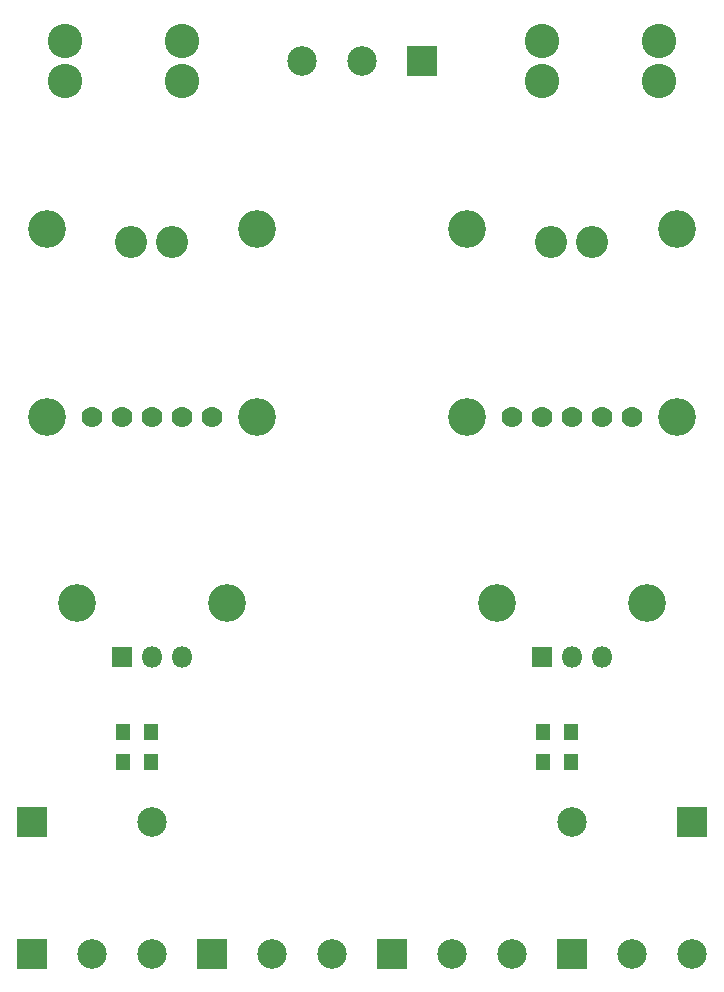
<source format=gts>
G04 #@! TF.FileFunction,Soldermask,Top*
%FSLAX46Y46*%
G04 Gerber Fmt 4.6, Leading zero omitted, Abs format (unit mm)*
G04 Created by KiCad (PCBNEW 4.0.6) date 06/26/17 08:49:49*
%MOMM*%
%LPD*%
G01*
G04 APERTURE LIST*
%ADD10C,0.100000*%
%ADD11R,2.500000X2.500000*%
%ADD12C,2.500000*%
%ADD13R,1.800000X1.800000*%
%ADD14O,1.800000X1.800000*%
%ADD15R,1.300000X1.400000*%
%ADD16C,2.921000*%
%ADD17C,3.200000*%
%ADD18C,3.200400*%
%ADD19C,1.778000*%
%ADD20C,2.717800*%
G04 APERTURE END LIST*
D10*
D11*
X132080000Y-132300000D03*
D12*
X137160000Y-132300000D03*
X142240000Y-132300000D03*
D11*
X147320000Y-132300000D03*
D12*
X152400000Y-132300000D03*
X157480000Y-132300000D03*
D11*
X149860000Y-56700000D03*
D12*
X144780000Y-56700000D03*
X139700000Y-56700000D03*
D11*
X116840000Y-132300000D03*
D12*
X121920000Y-132300000D03*
X127000000Y-132300000D03*
D11*
X162560000Y-132300000D03*
D12*
X167640000Y-132300000D03*
X172720000Y-132300000D03*
D13*
X124460000Y-107200000D03*
D14*
X127000000Y-107200000D03*
X129540000Y-107200000D03*
D13*
X160020000Y-107200000D03*
D14*
X162560000Y-107200000D03*
X165100000Y-107200000D03*
D15*
X126930000Y-116090000D03*
X124530000Y-116090000D03*
X124530000Y-113550000D03*
X126930000Y-113550000D03*
X162490000Y-116090000D03*
X160090000Y-116090000D03*
X160090000Y-113550000D03*
X162490000Y-113550000D03*
D16*
X129540000Y-55000000D03*
X119634000Y-55000000D03*
X129540000Y-58403600D03*
X119634000Y-58403600D03*
X160020000Y-58400000D03*
X169926000Y-58400000D03*
X160020000Y-54996400D03*
X169926000Y-54996400D03*
D17*
X120650000Y-102600000D03*
X133350000Y-102600000D03*
X156210000Y-102600000D03*
X168910000Y-102600000D03*
D11*
X116840000Y-121170000D03*
D12*
X127000000Y-121170000D03*
D11*
X172720000Y-121170000D03*
D12*
X162560000Y-121170000D03*
D18*
X135890000Y-86880000D03*
X135890000Y-70979600D03*
X118110000Y-70979600D03*
D19*
X121920000Y-86880000D03*
X124460000Y-86880000D03*
X127000000Y-86880000D03*
X129540000Y-86880000D03*
X132080000Y-86880000D03*
D20*
X128727200Y-72046400D03*
X125222000Y-72046400D03*
D18*
X118110000Y-86880000D03*
X171450000Y-86880000D03*
X171450000Y-70979600D03*
X153670000Y-70979600D03*
D19*
X157480000Y-86880000D03*
X160020000Y-86880000D03*
X162560000Y-86880000D03*
X165100000Y-86880000D03*
X167640000Y-86880000D03*
D20*
X164287200Y-72046400D03*
X160782000Y-72046400D03*
D18*
X153670000Y-86880000D03*
M02*

</source>
